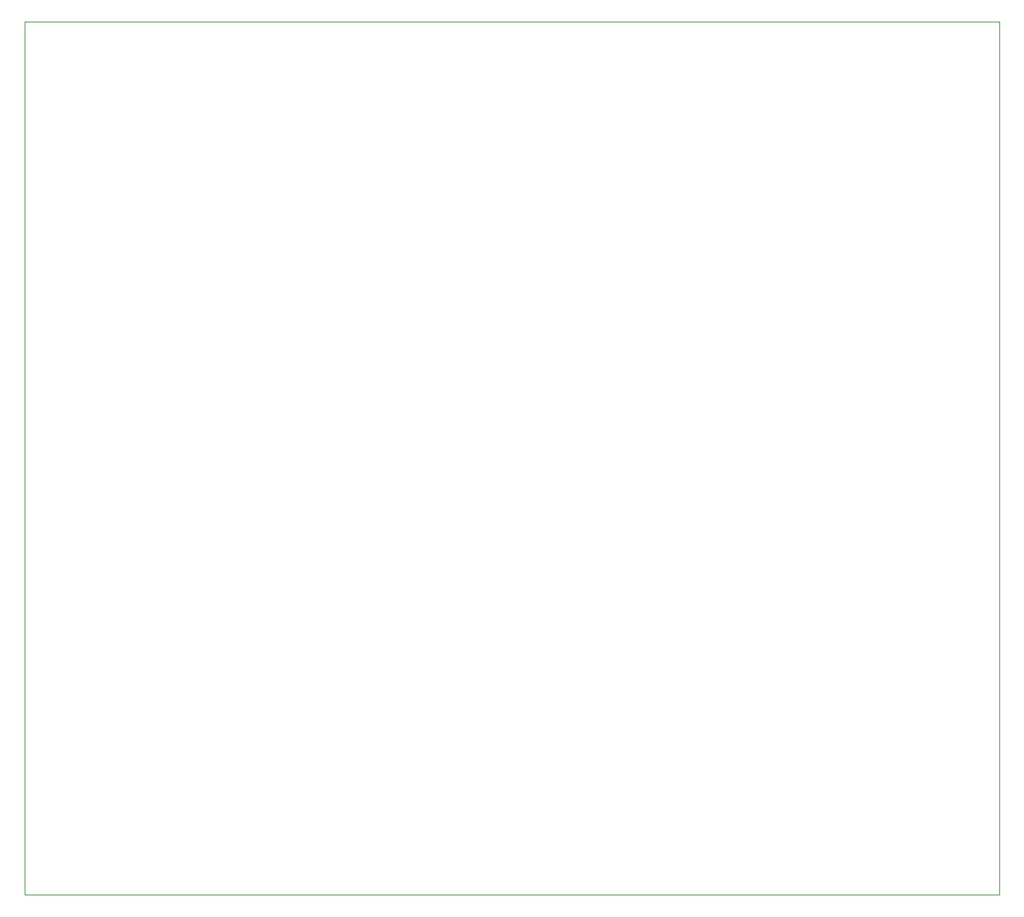
<source format=gbr>
G04 #@! TF.GenerationSoftware,KiCad,Pcbnew,(5.1.4)-1*
G04 #@! TF.CreationDate,2019-09-26T03:20:38+02:00*
G04 #@! TF.ProjectId,Board Reproduction,426f6172-6420-4526-9570-726f64756374,rev?*
G04 #@! TF.SameCoordinates,Original*
G04 #@! TF.FileFunction,Profile,NP*
%FSLAX46Y46*%
G04 Gerber Fmt 4.6, Leading zero omitted, Abs format (unit mm)*
G04 Created by KiCad (PCBNEW (5.1.4)-1) date 2019-09-26 03:20:38*
%MOMM*%
%LPD*%
G04 APERTURE LIST*
%ADD10C,0.050000*%
G04 APERTURE END LIST*
D10*
X87376000Y-44704000D02*
X87376000Y-45974000D01*
X122936000Y-44704000D02*
X87376000Y-44704000D01*
X197866000Y-44704000D02*
X122936000Y-44704000D01*
X197866000Y-143764000D02*
X197866000Y-44704000D01*
X143256000Y-143764000D02*
X197866000Y-143764000D01*
X94996000Y-143764000D02*
X143256000Y-143764000D01*
X87376000Y-143764000D02*
X94996000Y-143764000D01*
X87376000Y-137414000D02*
X87376000Y-143764000D01*
X87376000Y-96774000D02*
X87376000Y-45974000D01*
X87376000Y-137414000D02*
X87376000Y-96774000D01*
M02*

</source>
